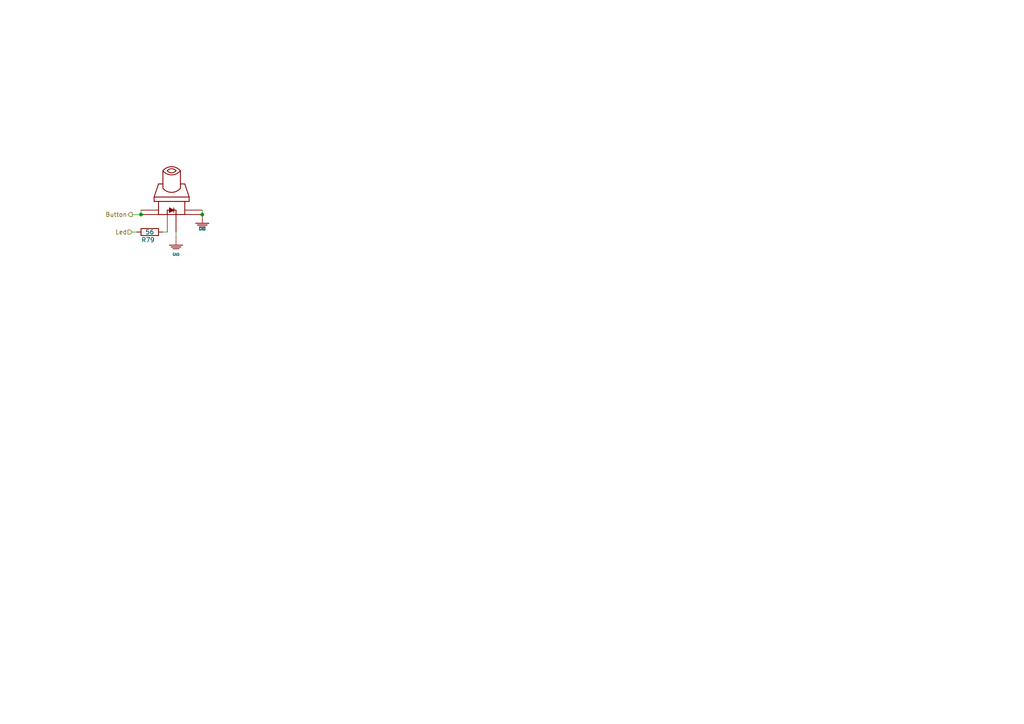
<source format=kicad_sch>
(kicad_sch (version 20221206) (generator eeschema)
  (paper "A4")
  (lib_symbols
    (symbol "Device:R" (pin_numbers hide) (pin_names (offset 0))
      (property "Reference" "R" (at 2.032 0 90))
      (property "Value" "R" (at 0 0 90))
      (symbol "R_0_1"
        (rectangle (start -1.016 -2.54) (end 1.016 2.54) (stroke (width 0.254)))
      )
      (symbol "R_1_1"
        (pin passive line (at 0 3.81 270) (length 1.27) (name "~") (number "1"))
        (pin passive line (at 0 -3.81 90) (length 1.27) (name "~") (number "2"))
      )
    )
    (symbol "TINRS - Wobbler (pico)sch-eagle-import:GND" (power)
      (property "Value" "GND" (at 0 -1.27 0))
      (symbol "GND_1_0"
        (polyline (pts (xy -1.905 0) (xy 1.905 0)) (stroke (width 0.254)))
        (polyline (pts (xy -1.397 -0.508) (xy 1.397 -0.508)) (stroke (width 0.254)))
        (polyline (pts (xy -0.889 -1.016) (xy 0.889 -1.016)) (stroke (width 0.254)))
        (pin power_in line (at 0 2.54 270) (length 2.54) (name "GND") (number "1"))
      )
    )
    (symbol "TINRS - Wobbler (pico)sch-eagle-import:SWITCH_W_LED_PB6149L-X-102YELLOW"
      (symbol "SWITCH_W_LED_PB6149L-X-102YELLOW_1_0"
        (arc (start -2.54 -2.54) (mid 0 -3.7244) (end 2.54 -2.54) (stroke (width 0.254)))
        (arc (start -2.54 2.54) (mid 0 1.3556) (end 2.54 2.54) (stroke (width 0.254)))
        (arc (start -1.27 2.54) (mid 0 1.9478) (end 1.27 2.54) (stroke (width 0.254)))
        (polyline (pts (xy -5.08 -6.35) (xy -3.81 -6.35)) (stroke (width 0.254)))
        (polyline (pts (xy -5.08 -5.08) (xy -5.08 -6.35)) (stroke (width 0.254)))
        (polyline (pts (xy -5.08 -5.08) (xy 5.08 -5.08)) (stroke (width 0.254)))
        (polyline (pts (xy -3.81 -10.16) (xy -1.27 -10.16)) (stroke (width 0.254)))
        (polyline (pts (xy -3.81 -6.35) (xy -3.81 -10.16)) (stroke (width 0.254)))
        (polyline (pts (xy -3.81 -6.35) (xy 3.81 -6.35)) (stroke (width 0.254)))
        (polyline (pts (xy -3.81 -1.27) (xy -5.08 -5.08)) (stroke (width 0.254)))
        (polyline (pts (xy -2.54 -1.27) (xy -3.81 -1.27)) (stroke (width 0.254)))
        (polyline (pts (xy -2.54 -1.27) (xy -2.54 -2.54)) (stroke (width 0.254)))
        (polyline (pts (xy -2.54 2.54) (xy -2.54 -1.27)) (stroke (width 0.254)))
        (polyline (pts (xy -1.27 -10.16) (xy -1.27 -8.89)) (stroke (width 0.254)))
        (polyline (pts (xy -1.27 -10.16) (xy 1.27 -10.16)) (stroke (width 0.254)))
        (polyline (pts (xy -1.27 -8.89) (xy 0.635 -8.89)) (stroke (width 0.254)))
        (polyline (pts (xy -0.635 -9.525) (xy 0.635 -8.89)) (stroke (width 0.254)))
        (polyline (pts (xy -0.635 -8.255) (xy -0.635 -9.525)) (stroke (width 0.254)))
        (polyline (pts (xy 0.635 -8.89) (xy -0.635 -8.255)) (stroke (width 0.254)))
        (polyline (pts (xy 0.635 -8.89) (xy 0.635 -9.525)) (stroke (width 0.254)))
        (polyline (pts (xy 0.635 -8.89) (xy 1.27 -8.89)) (stroke (width 0.254)))
        (polyline (pts (xy 0.635 -8.255) (xy 0.635 -8.89)) (stroke (width 0.254)))
        (polyline (pts (xy 1.27 -10.16) (xy 3.81 -10.16)) (stroke (width 0.254)))
        (polyline (pts (xy 1.27 -8.89) (xy 1.27 -10.16)) (stroke (width 0.254)))
        (polyline (pts (xy 2.54 -1.27) (xy 2.54 -2.54)) (stroke (width 0.254)))
        (polyline (pts (xy 2.54 2.54) (xy 2.54 -1.27)) (stroke (width 0.254)))
        (polyline (pts (xy 3.81 -10.16) (xy 3.81 -6.35)) (stroke (width 0.254)))
        (polyline (pts (xy 3.81 -6.35) (xy 5.08 -6.35)) (stroke (width 0.254)))
        (polyline (pts (xy 3.81 -1.27) (xy 2.54 -1.27)) (stroke (width 0.254)))
        (polyline (pts (xy 5.08 -6.35) (xy 5.08 -5.08)) (stroke (width 0.254)))
        (polyline (pts (xy 5.08 -5.08) (xy 3.81 -1.27)) (stroke (width 0.254)))
        (polyline (pts (xy -0.635 -8.255) (xy 0.635 -8.89) (xy -0.635 -9.525)) (fill (type outline)))
        (arc (start 1.27 2.54) (mid 0 3.1322) (end -1.27 2.54) (stroke (width 0.254)))
        (arc (start 2.54 2.54) (mid 0 3.7244) (end -2.54 2.54) (stroke (width 0.254)))
        (pin bidirectional line (at -8.89 -8.89 0) (length 5.08) (name "1") (number "1"))
        (pin bidirectional line (at -8.89 -10.16 0) (length 5.08) (name "2") (number "2"))
        (pin bidirectional line (at 8.89 -8.89 180) (length 5.08) (name "3") (number "3"))
        (pin bidirectional line (at 8.89 -10.16 180) (length 5.08) (name "4") (number "4"))
        (pin bidirectional line (at 1.27 -15.24 90) (length 5.08) (name "NEG") (number "LEDNEG"))
        (pin bidirectional line (at -1.27 -15.24 90) (length 5.08) (name "POS") (number "LEDPOS"))
      )
    )
  )
  (junction (at 58.674 62.23))
  (junction (at 40.894 62.23))
  (wire (pts (xy 51.054 68.58) (xy 51.054 67.31)))
  (wire (pts (xy 38.354 62.23) (xy 40.894 62.23)))
  (wire (pts (xy 47.244 67.31) (xy 48.514 67.31)))
  (wire (pts (xy 40.894 60.96) (xy 40.894 62.23)))
  (wire (pts (xy 58.674 62.23) (xy 58.674 60.96)))
  (wire (pts (xy 39.624 67.31) (xy 38.354 67.31)))
  (hierarchical_label "Button" (shape output) (at 38.354 62.23 180))
  (hierarchical_label "Led" (shape input) (at 38.354 67.31 180))
  (symbol (lib_id "TINRS - Wobbler (pico)sch-eagle-import:GND") (at 51.054 71.12 0) (unit 1)
    (property "Reference" "#GND0131" (effects hide))
    (property "Value" "GND" (at 51.054 73.406 0) (effects (font (size 0.762 0.6477)) (justify top)))
    (instances (project "Space" (path "" (reference "#GND0131") (unit 1)) (path "" (reference "#GND0148") (unit 1)) (path "" (reference "#GND0139") (unit 1)) (path "" (reference "#GND0135") (unit 1)) (path "" (reference "#GND0143") (unit 1)) (path "" (reference "#GND0137") (unit 1)) (path "" (reference "#GND0133") (unit 1))))
  )
  (symbol (lib_id "Device:R") (at 43.434 67.31 90) (unit 1)
    (property "Reference" "R79" (at 42.926 69.596 90))
    (property "Value" "56" (at 43.434 67.31 90))
    (property "Footprint" "Resistor_SMD:R_0402_1005Metric" (effects hide))
    (instances (project "Space" (path "" (reference "R79") (unit 1)) (path "" (reference "R86") (unit 1)) (path "" (reference "R85") (unit 1)) (path "" (reference "R63") (unit 1)) (path "" (reference "R90") (unit 1)) (path "" (reference "R81") (unit 1)) (path "" (reference "R62") (unit 1))))
  )
  (symbol (lib_id "TINRS - Wobbler (pico)sch-eagle-import:SWITCH_W_LED_PB6149L-X-102YELLOW") (at 49.784 52.07 0) (unit 1)
    (property "Reference" "U$3" (effects hide))
    (property "Value" "SWITCH_W_LED_PB6149L-X-102YELLOW" (effects hide))
    (property "Footprint" "TINRS - Wobbler (pico)sch:PB6149L" (effects hide))
    (instances (project "Space" (path "" (reference "U$3") (unit 1)) (path "" (reference "U$8") (unit 1)) (path "" (reference "U$7") (unit 1)) (path "" (reference "U$5") (unit 1)) (path "" (reference "U$9") (unit 1)) (path "" (reference "U$6") (unit 1)) (path "" (reference "U$4") (unit 1))))
  )
  (symbol (lib_id "TINRS - Wobbler (pico)sch-eagle-import:GND") (at 58.674 64.77 0) (unit 1)
    (property "Reference" "#GND0130" (effects hide))
    (property "Value" "GND" (at 58.674 66.04 0) (effects (font (size 0.762 0.6477)) (justify top)))
    (instances (project "Space" (path "" (reference "#GND0130") (unit 1)) (path "" (reference "#GND0140") (unit 1)) (path "" (reference "#GND0138") (unit 1)) (path "" (reference "#GND0134") (unit 1)) (path "" (reference "#GND0149") (unit 1)) (path "" (reference "#GND0136") (unit 1)) (path "" (reference "#GND0132") (unit 1))))
  )
)
</source>
